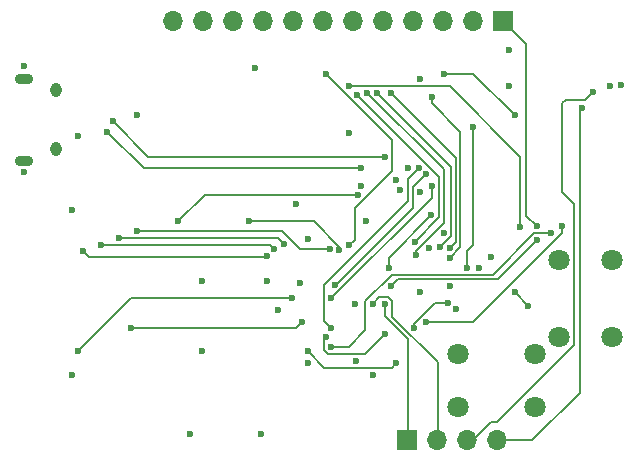
<source format=gbr>
%TF.GenerationSoftware,KiCad,Pcbnew,8.0.4*%
%TF.CreationDate,2024-08-04T17:25:46-04:00*%
%TF.ProjectId,board,626f6172-642e-46b6-9963-61645f706362,rev?*%
%TF.SameCoordinates,Original*%
%TF.FileFunction,Copper,L4,Bot*%
%TF.FilePolarity,Positive*%
%FSLAX46Y46*%
G04 Gerber Fmt 4.6, Leading zero omitted, Abs format (unit mm)*
G04 Created by KiCad (PCBNEW 8.0.4) date 2024-08-04 17:25:46*
%MOMM*%
%LPD*%
G01*
G04 APERTURE LIST*
%TA.AperFunction,ComponentPad*%
%ADD10C,1.800000*%
%TD*%
%TA.AperFunction,ComponentPad*%
%ADD11R,1.700000X1.700000*%
%TD*%
%TA.AperFunction,ComponentPad*%
%ADD12O,1.700000X1.700000*%
%TD*%
%TA.AperFunction,ComponentPad*%
%ADD13O,1.550000X0.890000*%
%TD*%
%TA.AperFunction,ComponentPad*%
%ADD14O,0.950000X1.250000*%
%TD*%
%TA.AperFunction,ViaPad*%
%ADD15C,0.600000*%
%TD*%
%TA.AperFunction,Conductor*%
%ADD16C,0.200000*%
%TD*%
G04 APERTURE END LIST*
D10*
%TO.P,SW2,1,1*%
%TO.N,GND*%
X86750000Y-61250000D03*
%TO.P,SW2,2,2*%
X80250000Y-61250000D03*
%TO.P,SW2,3,3*%
%TO.N,/RUN*%
X86750000Y-56750000D03*
%TO.P,SW2,4,4*%
X80250000Y-56750000D03*
%TD*%
%TO.P,SW1,1,1*%
%TO.N,GND*%
X88750000Y-55250000D03*
%TO.P,SW1,2,2*%
X88750000Y-48750000D03*
%TO.P,SW1,3,3*%
%TO.N,Net-(R6-Pad1)*%
X93250000Y-55250000D03*
%TO.P,SW1,4,4*%
X93250000Y-48750000D03*
%TD*%
D11*
%TO.P,J2,1,Pin_1*%
%TO.N,Net-(J2-Pin_1)*%
X75920000Y-64000000D03*
D12*
%TO.P,J2,2,Pin_2*%
%TO.N,Net-(J2-Pin_2)*%
X78460000Y-64000000D03*
%TO.P,J2,3,Pin_3*%
%TO.N,/BLE_SWCLK*%
X81000000Y-64000000D03*
%TO.P,J2,4,Pin_4*%
%TO.N,/BLE_SWDIO*%
X83540000Y-64000000D03*
%TD*%
D11*
%TO.P,J3,1,Pin_1*%
%TO.N,Net-(J3-Pin_1)*%
X84000000Y-28500000D03*
D12*
%TO.P,J3,2,Pin_2*%
%TO.N,Net-(J3-Pin_2)*%
X81460000Y-28500000D03*
%TO.P,J3,3,Pin_3*%
%TO.N,Net-(J3-Pin_3)*%
X78920000Y-28500000D03*
%TO.P,J3,4,Pin_4*%
%TO.N,Net-(J3-Pin_4)*%
X76380000Y-28500000D03*
%TO.P,J3,5,Pin_5*%
%TO.N,Net-(J3-Pin_5)*%
X73840000Y-28500000D03*
%TO.P,J3,6,Pin_6*%
%TO.N,Net-(J3-Pin_6)*%
X71300000Y-28500000D03*
%TO.P,J3,7,Pin_7*%
%TO.N,Net-(J3-Pin_7)*%
X68760000Y-28500000D03*
%TO.P,J3,8,Pin_8*%
%TO.N,Net-(J3-Pin_8)*%
X66220000Y-28500000D03*
%TO.P,J3,9,Pin_9*%
%TO.N,unconnected-(J3-Pin_9-Pad9)*%
X63680000Y-28500000D03*
%TO.P,J3,10,Pin_10*%
%TO.N,unconnected-(J3-Pin_10-Pad10)*%
X61140000Y-28500000D03*
%TO.P,J3,11,Pin_11*%
%TO.N,unconnected-(J3-Pin_11-Pad11)*%
X58600000Y-28500000D03*
%TO.P,J3,12,Pin_12*%
%TO.N,unconnected-(J3-Pin_12-Pad12)*%
X56060000Y-28500000D03*
%TD*%
D13*
%TO.P,J4,6,Shield*%
%TO.N,GND*%
X43500000Y-33400000D03*
D14*
X46200000Y-34400000D03*
X46200000Y-39400000D03*
D13*
X43500000Y-40400000D03*
%TD*%
D15*
%TO.N,+3V3*%
X63000000Y-32500000D03*
%TO.N,Net-(R6-Pad1)*%
X85000000Y-51500000D03*
%TO.N,GND*%
X76000000Y-41000000D03*
X71500000Y-52500000D03*
X64000000Y-50500000D03*
X47500000Y-44500000D03*
X82000000Y-49400000D03*
X77000000Y-43000000D03*
X53000000Y-36500000D03*
X72000000Y-42500000D03*
X75000000Y-42000000D03*
X57500000Y-63500000D03*
X73000000Y-58520000D03*
X71000000Y-38000000D03*
X58500000Y-56500000D03*
X47500000Y-58500000D03*
X66500000Y-44000000D03*
X43500000Y-32300000D03*
X94050000Y-33950000D03*
X43500000Y-41300000D03*
X48000000Y-38300000D03*
X79500000Y-51000000D03*
X67500000Y-57500000D03*
X84500000Y-31000000D03*
X79010000Y-46500000D03*
X63500000Y-63500000D03*
%TO.N,+3V3*%
X80000000Y-52900000D03*
X71600000Y-57300006D03*
X66825735Y-50674265D03*
X93100000Y-34000000D03*
X77000000Y-33400000D03*
X65000000Y-53000000D03*
X67500000Y-47000000D03*
X77764877Y-47745123D03*
X83000000Y-48500000D03*
X72400000Y-45500000D03*
X77000000Y-51500000D03*
X84500000Y-34000000D03*
X75304175Y-42810112D03*
X58500000Y-50500000D03*
%TO.N,+1V1*%
X71703866Y-43247251D03*
X56500000Y-45500000D03*
X67500000Y-56500000D03*
X75000000Y-57500000D03*
%TO.N,/BLE_SWCLK*%
X91600000Y-34500000D03*
%TO.N,/BLE_SWDIO*%
X90700000Y-35900000D03*
%TO.N,Net-(U1-QSPI_SS)*%
X85500000Y-46000000D03*
X71000000Y-34000000D03*
%TO.N,/RUN*%
X77500000Y-54000000D03*
X89000000Y-45900000D03*
%TO.N,Net-(J2-Pin_2)*%
X72977657Y-52477454D03*
%TO.N,Net-(J2-Pin_1)*%
X74043600Y-52510388D03*
%TO.N,Net-(U1-GPIO10)*%
X52500000Y-54500000D03*
X67000000Y-54000000D03*
%TO.N,Net-(U1-GPIO14)*%
X74000000Y-55000000D03*
X81500000Y-37500000D03*
X69000000Y-55300003D03*
X81000000Y-49400000D03*
X76500000Y-54500000D03*
X79375303Y-52400242D03*
%TO.N,Net-(U1-GPIO0)*%
X53000000Y-46300000D03*
X69387313Y-47815644D03*
%TO.N,Net-(U1-GPIO3)*%
X48500000Y-48000000D03*
X64000000Y-48400000D03*
%TO.N,Net-(U1-GPIO1)*%
X65500000Y-47400000D03*
X51500000Y-46900000D03*
%TO.N,/DIO2*%
X62500000Y-45500000D03*
X70175382Y-47953291D03*
%TO.N,/DIO5*%
X66171472Y-52000000D03*
X48000000Y-56500000D03*
%TO.N,Net-(U1-GPIO2)*%
X64624697Y-47800000D03*
X50000000Y-47500000D03*
%TO.N,Net-(J3-Pin_2)*%
X85000000Y-36500000D03*
X79000000Y-33000000D03*
X74328355Y-49468408D03*
X77954762Y-44954762D03*
%TO.N,Net-(J3-Pin_7)*%
X71674265Y-34825735D03*
X76551315Y-47206738D03*
%TO.N,Net-(J3-Pin_1)*%
X86900000Y-45900000D03*
X74500000Y-51000000D03*
X86900000Y-47099998D03*
%TO.N,Net-(J3-Pin_5)*%
X78679265Y-47679265D03*
X73348527Y-34600000D03*
%TO.N,Net-(J3-Pin_8)*%
X69000000Y-33000000D03*
X71000000Y-47500000D03*
%TO.N,Net-(J3-Pin_6)*%
X72500000Y-34600000D03*
X76684888Y-48335002D03*
%TO.N,Net-(J3-Pin_3)*%
X79500000Y-48582030D03*
X78000000Y-35000000D03*
%TO.N,Net-(J3-Pin_4)*%
X79500000Y-47707057D03*
X74500000Y-34600000D03*
%TO.N,Net-(U1-GPIO11)*%
X78000000Y-42500000D03*
X69500000Y-52000000D03*
%TO.N,Net-(U1-GPIO13)*%
X69500000Y-54500000D03*
X76934313Y-40934313D03*
%TO.N,Net-(U1-GPIO12)*%
X69775734Y-50875736D03*
X77500000Y-41500000D03*
%TO.N,/PB00*%
X69500000Y-56100006D03*
X88100000Y-46500000D03*
%TO.N,Net-(J4-D-)*%
X51000000Y-37000000D03*
X74000000Y-40000000D03*
%TO.N,Net-(J4-D+)*%
X50500000Y-37900000D03*
X72000000Y-41000000D03*
%TO.N,Net-(R6-Pad1)*%
X86174265Y-52674265D03*
%TD*%
D16*
%TO.N,Net-(R6-Pad1)*%
X86174265Y-52674265D02*
X85000000Y-51500000D01*
%TO.N,/RUN*%
X81500000Y-54000000D02*
X77500000Y-54000000D01*
X89000000Y-45900000D02*
X89000000Y-46500000D01*
X89000000Y-46500000D02*
X81500000Y-54000000D01*
%TO.N,/BLE_SWCLK*%
X90925735Y-35174265D02*
X91600000Y-34500000D01*
X89000000Y-43000000D02*
X89000000Y-35500000D01*
X83000000Y-62500000D02*
X83500000Y-62500000D01*
X90000000Y-56000000D02*
X90000000Y-44000000D01*
X81500000Y-64000000D02*
X83000000Y-62500000D01*
X83500000Y-62500000D02*
X90000000Y-56000000D01*
X89325735Y-35174265D02*
X90925735Y-35174265D01*
X89000000Y-35500000D02*
X89325735Y-35174265D01*
X90000000Y-44000000D02*
X89000000Y-43000000D01*
X81000000Y-64000000D02*
X81500000Y-64000000D01*
%TO.N,/BLE_SWDIO*%
X90500000Y-60000000D02*
X86500000Y-64000000D01*
X86500000Y-64000000D02*
X83540000Y-64000000D01*
X90500000Y-36100000D02*
X90500000Y-60000000D01*
X90700000Y-35900000D02*
X90500000Y-36100000D01*
%TO.N,Net-(J3-Pin_1)*%
X86000000Y-45000000D02*
X86000000Y-30500000D01*
X86900000Y-45900000D02*
X86000000Y-45000000D01*
X86000000Y-30500000D02*
X84000000Y-28500000D01*
%TO.N,+1V1*%
X67500000Y-56500000D02*
X68900006Y-57900006D01*
X74599994Y-57900006D02*
X75000000Y-57500000D01*
X68900006Y-57900006D02*
X74599994Y-57900006D01*
X71703866Y-43247251D02*
X58752749Y-43247251D01*
X58752749Y-43247251D02*
X56500000Y-45500000D01*
%TO.N,Net-(U1-QSPI_SS)*%
X71000000Y-34000000D02*
X79500000Y-34000000D01*
X85500000Y-40000000D02*
X85500000Y-46000000D01*
X79500000Y-34000000D02*
X85500000Y-40000000D01*
%TO.N,Net-(J2-Pin_2)*%
X74643600Y-52261859D02*
X74643600Y-53577914D01*
X72977657Y-52477454D02*
X73544723Y-51910388D01*
X78500000Y-57434314D02*
X78500000Y-64000000D01*
X74643600Y-53577914D02*
X78500000Y-57434314D01*
X74292129Y-51910388D02*
X74643600Y-52261859D01*
X73544723Y-51910388D02*
X74292129Y-51910388D01*
%TO.N,Net-(J2-Pin_1)*%
X74043600Y-52510388D02*
X74043600Y-53543600D01*
X75960000Y-55460000D02*
X75960000Y-64000000D01*
X74043600Y-53543600D02*
X75960000Y-55460000D01*
%TO.N,Net-(U1-GPIO10)*%
X52500000Y-54500000D02*
X66500000Y-54500000D01*
X66500000Y-54500000D02*
X67000000Y-54000000D01*
%TO.N,Net-(U1-GPIO14)*%
X68900000Y-56400000D02*
X68900000Y-55400003D01*
X69200006Y-56700006D02*
X68900000Y-56400000D01*
X76500000Y-54151471D02*
X76500000Y-54500000D01*
X74000000Y-55000000D02*
X72299994Y-56700006D01*
X68900000Y-55400003D02*
X69000000Y-55300003D01*
X72299994Y-56700006D02*
X69200006Y-56700006D01*
X81000000Y-48012589D02*
X81000000Y-49400000D01*
X78251229Y-52400242D02*
X76500000Y-54151471D01*
X81500000Y-37500000D02*
X81500000Y-47512589D01*
X79375303Y-52400242D02*
X78251229Y-52400242D01*
X81500000Y-47512589D02*
X81000000Y-48012589D01*
%TO.N,Net-(U1-GPIO0)*%
X65300000Y-46300000D02*
X66815644Y-47815644D01*
X66815644Y-47815644D02*
X69387313Y-47815644D01*
X53000000Y-46300000D02*
X65300000Y-46300000D01*
%TO.N,Net-(U1-GPIO3)*%
X49000000Y-48500000D02*
X48500000Y-48000000D01*
X64000000Y-48400000D02*
X63900000Y-48500000D01*
X63900000Y-48500000D02*
X49000000Y-48500000D01*
%TO.N,Net-(U1-GPIO1)*%
X65500000Y-47400000D02*
X65000000Y-46900000D01*
X65000000Y-46900000D02*
X51500000Y-46900000D01*
%TO.N,/DIO2*%
X70175382Y-47675382D02*
X68000000Y-45500000D01*
X68000000Y-45500000D02*
X62500000Y-45500000D01*
X70175382Y-47953291D02*
X70175382Y-47675382D01*
%TO.N,/DIO5*%
X52500000Y-52000000D02*
X48000000Y-56500000D01*
X66171472Y-52000000D02*
X52500000Y-52000000D01*
%TO.N,Net-(U1-GPIO2)*%
X64824697Y-48000000D02*
X64324697Y-47500000D01*
X64624697Y-47800000D02*
X64824697Y-48000000D01*
X64324697Y-47500000D02*
X50000000Y-47500000D01*
%TO.N,Net-(J3-Pin_2)*%
X74328355Y-48581169D02*
X77954762Y-44954762D01*
X74328355Y-49468408D02*
X74328355Y-48581169D01*
X85000000Y-36500000D02*
X81500000Y-33000000D01*
X81500000Y-33000000D02*
X79000000Y-33000000D01*
%TO.N,Net-(J3-Pin_7)*%
X78600000Y-45158053D02*
X78600000Y-41751470D01*
X76551315Y-47206738D02*
X78600000Y-45158053D01*
X78600000Y-41751470D02*
X71674265Y-34825735D01*
%TO.N,Net-(J3-Pin_1)*%
X83599998Y-50400000D02*
X86900000Y-47099998D01*
X75100000Y-50400000D02*
X83599998Y-50400000D01*
X74500000Y-51000000D02*
X75100000Y-50400000D01*
%TO.N,Net-(J3-Pin_5)*%
X78679265Y-47679264D02*
X79610000Y-46748529D01*
X79610000Y-40861473D02*
X73348527Y-34600000D01*
X78679265Y-47679265D02*
X78679265Y-47679264D01*
X79610000Y-46748529D02*
X79610000Y-40861473D01*
%TO.N,Net-(J3-Pin_8)*%
X71454414Y-44384115D02*
X74600000Y-41238529D01*
X74600000Y-38600000D02*
X69000000Y-33000000D01*
X74600000Y-41238529D02*
X74600000Y-38600000D01*
X71000000Y-47500000D02*
X71454414Y-47045586D01*
X71454414Y-47045586D02*
X71454414Y-44384115D01*
%TO.N,Net-(J3-Pin_6)*%
X79000000Y-45661471D02*
X79000000Y-41100000D01*
X76684888Y-47976583D02*
X79000000Y-45661471D01*
X79000000Y-41100000D02*
X72500000Y-34600000D01*
X76684888Y-48335002D02*
X76684888Y-47976583D01*
%TO.N,Net-(J3-Pin_3)*%
X78000000Y-35500000D02*
X78000000Y-35000000D01*
X80410000Y-37910000D02*
X78000000Y-35500000D01*
X80410000Y-47672030D02*
X80410000Y-37910000D01*
X79500000Y-48582030D02*
X80410000Y-47672030D01*
%TO.N,Net-(J3-Pin_4)*%
X79500000Y-47707057D02*
X80010000Y-47197057D01*
X80010000Y-40110000D02*
X74500000Y-34600000D01*
X80010000Y-47197057D02*
X80010000Y-40110000D01*
%TO.N,Net-(U1-GPIO11)*%
X69500000Y-52000000D02*
X78000000Y-43500000D01*
X78000000Y-43500000D02*
X78000000Y-42500000D01*
%TO.N,Net-(U1-GPIO13)*%
X76000000Y-41868626D02*
X76934313Y-40934313D01*
X68900000Y-53900000D02*
X68900000Y-50902941D01*
X76000000Y-43802941D02*
X76000000Y-41868626D01*
X68900000Y-50902941D02*
X76000000Y-43802941D01*
X69500000Y-54500000D02*
X68900000Y-53900000D01*
%TO.N,Net-(U1-GPIO12)*%
X76400000Y-44348527D02*
X76400000Y-42600000D01*
X69872791Y-50875736D02*
X76400000Y-44348527D01*
X69775734Y-50875736D02*
X69872791Y-50875736D01*
X76400000Y-42600000D02*
X77500000Y-41500000D01*
%TO.N,/PB00*%
X72377657Y-52228925D02*
X72377657Y-54692589D01*
X88100000Y-46500000D02*
X86651471Y-46500000D01*
X70970240Y-56100006D02*
X69500000Y-56100006D01*
X72377657Y-54692589D02*
X70970240Y-56100006D01*
X86651471Y-46500000D02*
X83151471Y-50000000D01*
X83151471Y-50000000D02*
X74606582Y-50000000D01*
X74606582Y-50000000D02*
X72377657Y-52228925D01*
%TO.N,Net-(J4-D-)*%
X54000000Y-40000000D02*
X51000000Y-37000000D01*
X74000000Y-40000000D02*
X54000000Y-40000000D01*
%TO.N,Net-(J4-D+)*%
X72000000Y-41000000D02*
X53600000Y-41000000D01*
X53600000Y-41000000D02*
X50500000Y-37900000D01*
%TD*%
M02*

</source>
